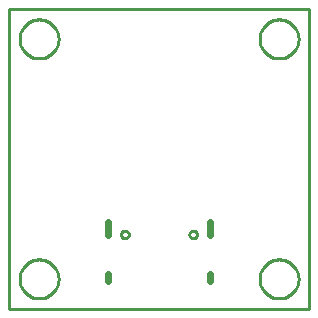
<source format=gko>
G04 EAGLE Gerber RS-274X export*
G75*
%MOMM*%
%FSLAX34Y34*%
%LPD*%
%IN*%
%IPPOS*%
%AMOC8*
5,1,8,0,0,1.08239X$1,22.5*%
G01*
%ADD10C,0.203200*%
%ADD11C,0.000000*%
%ADD12C,0.600000*%
%ADD13C,0.254000*%


D10*
X0Y0D02*
X254000Y0D01*
X254000Y254000D01*
X0Y254000D01*
X0Y0D01*
D11*
X212090Y25400D02*
X212095Y25805D01*
X212110Y26210D01*
X212135Y26615D01*
X212170Y27018D01*
X212214Y27421D01*
X212269Y27823D01*
X212333Y28223D01*
X212407Y28621D01*
X212491Y29017D01*
X212585Y29412D01*
X212688Y29803D01*
X212801Y30193D01*
X212923Y30579D01*
X213055Y30962D01*
X213196Y31342D01*
X213347Y31718D01*
X213506Y32091D01*
X213675Y32459D01*
X213853Y32823D01*
X214039Y33183D01*
X214235Y33538D01*
X214439Y33888D01*
X214651Y34233D01*
X214872Y34572D01*
X215102Y34907D01*
X215339Y35235D01*
X215584Y35557D01*
X215838Y35874D01*
X216098Y36184D01*
X216367Y36487D01*
X216643Y36784D01*
X216926Y37074D01*
X217216Y37357D01*
X217513Y37633D01*
X217816Y37902D01*
X218126Y38162D01*
X218443Y38416D01*
X218765Y38661D01*
X219093Y38898D01*
X219428Y39128D01*
X219767Y39349D01*
X220112Y39561D01*
X220462Y39765D01*
X220817Y39961D01*
X221177Y40147D01*
X221541Y40325D01*
X221909Y40494D01*
X222282Y40653D01*
X222658Y40804D01*
X223038Y40945D01*
X223421Y41077D01*
X223807Y41199D01*
X224197Y41312D01*
X224588Y41415D01*
X224983Y41509D01*
X225379Y41593D01*
X225777Y41667D01*
X226177Y41731D01*
X226579Y41786D01*
X226982Y41830D01*
X227385Y41865D01*
X227790Y41890D01*
X228195Y41905D01*
X228600Y41910D01*
X229005Y41905D01*
X229410Y41890D01*
X229815Y41865D01*
X230218Y41830D01*
X230621Y41786D01*
X231023Y41731D01*
X231423Y41667D01*
X231821Y41593D01*
X232217Y41509D01*
X232612Y41415D01*
X233003Y41312D01*
X233393Y41199D01*
X233779Y41077D01*
X234162Y40945D01*
X234542Y40804D01*
X234918Y40653D01*
X235291Y40494D01*
X235659Y40325D01*
X236023Y40147D01*
X236383Y39961D01*
X236738Y39765D01*
X237088Y39561D01*
X237433Y39349D01*
X237772Y39128D01*
X238107Y38898D01*
X238435Y38661D01*
X238757Y38416D01*
X239074Y38162D01*
X239384Y37902D01*
X239687Y37633D01*
X239984Y37357D01*
X240274Y37074D01*
X240557Y36784D01*
X240833Y36487D01*
X241102Y36184D01*
X241362Y35874D01*
X241616Y35557D01*
X241861Y35235D01*
X242098Y34907D01*
X242328Y34572D01*
X242549Y34233D01*
X242761Y33888D01*
X242965Y33538D01*
X243161Y33183D01*
X243347Y32823D01*
X243525Y32459D01*
X243694Y32091D01*
X243853Y31718D01*
X244004Y31342D01*
X244145Y30962D01*
X244277Y30579D01*
X244399Y30193D01*
X244512Y29803D01*
X244615Y29412D01*
X244709Y29017D01*
X244793Y28621D01*
X244867Y28223D01*
X244931Y27823D01*
X244986Y27421D01*
X245030Y27018D01*
X245065Y26615D01*
X245090Y26210D01*
X245105Y25805D01*
X245110Y25400D01*
X245105Y24995D01*
X245090Y24590D01*
X245065Y24185D01*
X245030Y23782D01*
X244986Y23379D01*
X244931Y22977D01*
X244867Y22577D01*
X244793Y22179D01*
X244709Y21783D01*
X244615Y21388D01*
X244512Y20997D01*
X244399Y20607D01*
X244277Y20221D01*
X244145Y19838D01*
X244004Y19458D01*
X243853Y19082D01*
X243694Y18709D01*
X243525Y18341D01*
X243347Y17977D01*
X243161Y17617D01*
X242965Y17262D01*
X242761Y16912D01*
X242549Y16567D01*
X242328Y16228D01*
X242098Y15893D01*
X241861Y15565D01*
X241616Y15243D01*
X241362Y14926D01*
X241102Y14616D01*
X240833Y14313D01*
X240557Y14016D01*
X240274Y13726D01*
X239984Y13443D01*
X239687Y13167D01*
X239384Y12898D01*
X239074Y12638D01*
X238757Y12384D01*
X238435Y12139D01*
X238107Y11902D01*
X237772Y11672D01*
X237433Y11451D01*
X237088Y11239D01*
X236738Y11035D01*
X236383Y10839D01*
X236023Y10653D01*
X235659Y10475D01*
X235291Y10306D01*
X234918Y10147D01*
X234542Y9996D01*
X234162Y9855D01*
X233779Y9723D01*
X233393Y9601D01*
X233003Y9488D01*
X232612Y9385D01*
X232217Y9291D01*
X231821Y9207D01*
X231423Y9133D01*
X231023Y9069D01*
X230621Y9014D01*
X230218Y8970D01*
X229815Y8935D01*
X229410Y8910D01*
X229005Y8895D01*
X228600Y8890D01*
X228195Y8895D01*
X227790Y8910D01*
X227385Y8935D01*
X226982Y8970D01*
X226579Y9014D01*
X226177Y9069D01*
X225777Y9133D01*
X225379Y9207D01*
X224983Y9291D01*
X224588Y9385D01*
X224197Y9488D01*
X223807Y9601D01*
X223421Y9723D01*
X223038Y9855D01*
X222658Y9996D01*
X222282Y10147D01*
X221909Y10306D01*
X221541Y10475D01*
X221177Y10653D01*
X220817Y10839D01*
X220462Y11035D01*
X220112Y11239D01*
X219767Y11451D01*
X219428Y11672D01*
X219093Y11902D01*
X218765Y12139D01*
X218443Y12384D01*
X218126Y12638D01*
X217816Y12898D01*
X217513Y13167D01*
X217216Y13443D01*
X216926Y13726D01*
X216643Y14016D01*
X216367Y14313D01*
X216098Y14616D01*
X215838Y14926D01*
X215584Y15243D01*
X215339Y15565D01*
X215102Y15893D01*
X214872Y16228D01*
X214651Y16567D01*
X214439Y16912D01*
X214235Y17262D01*
X214039Y17617D01*
X213853Y17977D01*
X213675Y18341D01*
X213506Y18709D01*
X213347Y19082D01*
X213196Y19458D01*
X213055Y19838D01*
X212923Y20221D01*
X212801Y20607D01*
X212688Y20997D01*
X212585Y21388D01*
X212491Y21783D01*
X212407Y22179D01*
X212333Y22577D01*
X212269Y22977D01*
X212214Y23379D01*
X212170Y23782D01*
X212135Y24185D01*
X212110Y24590D01*
X212095Y24995D01*
X212090Y25400D01*
X8890Y25400D02*
X8895Y25805D01*
X8910Y26210D01*
X8935Y26615D01*
X8970Y27018D01*
X9014Y27421D01*
X9069Y27823D01*
X9133Y28223D01*
X9207Y28621D01*
X9291Y29017D01*
X9385Y29412D01*
X9488Y29803D01*
X9601Y30193D01*
X9723Y30579D01*
X9855Y30962D01*
X9996Y31342D01*
X10147Y31718D01*
X10306Y32091D01*
X10475Y32459D01*
X10653Y32823D01*
X10839Y33183D01*
X11035Y33538D01*
X11239Y33888D01*
X11451Y34233D01*
X11672Y34572D01*
X11902Y34907D01*
X12139Y35235D01*
X12384Y35557D01*
X12638Y35874D01*
X12898Y36184D01*
X13167Y36487D01*
X13443Y36784D01*
X13726Y37074D01*
X14016Y37357D01*
X14313Y37633D01*
X14616Y37902D01*
X14926Y38162D01*
X15243Y38416D01*
X15565Y38661D01*
X15893Y38898D01*
X16228Y39128D01*
X16567Y39349D01*
X16912Y39561D01*
X17262Y39765D01*
X17617Y39961D01*
X17977Y40147D01*
X18341Y40325D01*
X18709Y40494D01*
X19082Y40653D01*
X19458Y40804D01*
X19838Y40945D01*
X20221Y41077D01*
X20607Y41199D01*
X20997Y41312D01*
X21388Y41415D01*
X21783Y41509D01*
X22179Y41593D01*
X22577Y41667D01*
X22977Y41731D01*
X23379Y41786D01*
X23782Y41830D01*
X24185Y41865D01*
X24590Y41890D01*
X24995Y41905D01*
X25400Y41910D01*
X25805Y41905D01*
X26210Y41890D01*
X26615Y41865D01*
X27018Y41830D01*
X27421Y41786D01*
X27823Y41731D01*
X28223Y41667D01*
X28621Y41593D01*
X29017Y41509D01*
X29412Y41415D01*
X29803Y41312D01*
X30193Y41199D01*
X30579Y41077D01*
X30962Y40945D01*
X31342Y40804D01*
X31718Y40653D01*
X32091Y40494D01*
X32459Y40325D01*
X32823Y40147D01*
X33183Y39961D01*
X33538Y39765D01*
X33888Y39561D01*
X34233Y39349D01*
X34572Y39128D01*
X34907Y38898D01*
X35235Y38661D01*
X35557Y38416D01*
X35874Y38162D01*
X36184Y37902D01*
X36487Y37633D01*
X36784Y37357D01*
X37074Y37074D01*
X37357Y36784D01*
X37633Y36487D01*
X37902Y36184D01*
X38162Y35874D01*
X38416Y35557D01*
X38661Y35235D01*
X38898Y34907D01*
X39128Y34572D01*
X39349Y34233D01*
X39561Y33888D01*
X39765Y33538D01*
X39961Y33183D01*
X40147Y32823D01*
X40325Y32459D01*
X40494Y32091D01*
X40653Y31718D01*
X40804Y31342D01*
X40945Y30962D01*
X41077Y30579D01*
X41199Y30193D01*
X41312Y29803D01*
X41415Y29412D01*
X41509Y29017D01*
X41593Y28621D01*
X41667Y28223D01*
X41731Y27823D01*
X41786Y27421D01*
X41830Y27018D01*
X41865Y26615D01*
X41890Y26210D01*
X41905Y25805D01*
X41910Y25400D01*
X41905Y24995D01*
X41890Y24590D01*
X41865Y24185D01*
X41830Y23782D01*
X41786Y23379D01*
X41731Y22977D01*
X41667Y22577D01*
X41593Y22179D01*
X41509Y21783D01*
X41415Y21388D01*
X41312Y20997D01*
X41199Y20607D01*
X41077Y20221D01*
X40945Y19838D01*
X40804Y19458D01*
X40653Y19082D01*
X40494Y18709D01*
X40325Y18341D01*
X40147Y17977D01*
X39961Y17617D01*
X39765Y17262D01*
X39561Y16912D01*
X39349Y16567D01*
X39128Y16228D01*
X38898Y15893D01*
X38661Y15565D01*
X38416Y15243D01*
X38162Y14926D01*
X37902Y14616D01*
X37633Y14313D01*
X37357Y14016D01*
X37074Y13726D01*
X36784Y13443D01*
X36487Y13167D01*
X36184Y12898D01*
X35874Y12638D01*
X35557Y12384D01*
X35235Y12139D01*
X34907Y11902D01*
X34572Y11672D01*
X34233Y11451D01*
X33888Y11239D01*
X33538Y11035D01*
X33183Y10839D01*
X32823Y10653D01*
X32459Y10475D01*
X32091Y10306D01*
X31718Y10147D01*
X31342Y9996D01*
X30962Y9855D01*
X30579Y9723D01*
X30193Y9601D01*
X29803Y9488D01*
X29412Y9385D01*
X29017Y9291D01*
X28621Y9207D01*
X28223Y9133D01*
X27823Y9069D01*
X27421Y9014D01*
X27018Y8970D01*
X26615Y8935D01*
X26210Y8910D01*
X25805Y8895D01*
X25400Y8890D01*
X24995Y8895D01*
X24590Y8910D01*
X24185Y8935D01*
X23782Y8970D01*
X23379Y9014D01*
X22977Y9069D01*
X22577Y9133D01*
X22179Y9207D01*
X21783Y9291D01*
X21388Y9385D01*
X20997Y9488D01*
X20607Y9601D01*
X20221Y9723D01*
X19838Y9855D01*
X19458Y9996D01*
X19082Y10147D01*
X18709Y10306D01*
X18341Y10475D01*
X17977Y10653D01*
X17617Y10839D01*
X17262Y11035D01*
X16912Y11239D01*
X16567Y11451D01*
X16228Y11672D01*
X15893Y11902D01*
X15565Y12139D01*
X15243Y12384D01*
X14926Y12638D01*
X14616Y12898D01*
X14313Y13167D01*
X14016Y13443D01*
X13726Y13726D01*
X13443Y14016D01*
X13167Y14313D01*
X12898Y14616D01*
X12638Y14926D01*
X12384Y15243D01*
X12139Y15565D01*
X11902Y15893D01*
X11672Y16228D01*
X11451Y16567D01*
X11239Y16912D01*
X11035Y17262D01*
X10839Y17617D01*
X10653Y17977D01*
X10475Y18341D01*
X10306Y18709D01*
X10147Y19082D01*
X9996Y19458D01*
X9855Y19838D01*
X9723Y20221D01*
X9601Y20607D01*
X9488Y20997D01*
X9385Y21388D01*
X9291Y21783D01*
X9207Y22179D01*
X9133Y22577D01*
X9069Y22977D01*
X9014Y23379D01*
X8970Y23782D01*
X8935Y24185D01*
X8910Y24590D01*
X8895Y24995D01*
X8890Y25400D01*
X8890Y228600D02*
X8895Y229005D01*
X8910Y229410D01*
X8935Y229815D01*
X8970Y230218D01*
X9014Y230621D01*
X9069Y231023D01*
X9133Y231423D01*
X9207Y231821D01*
X9291Y232217D01*
X9385Y232612D01*
X9488Y233003D01*
X9601Y233393D01*
X9723Y233779D01*
X9855Y234162D01*
X9996Y234542D01*
X10147Y234918D01*
X10306Y235291D01*
X10475Y235659D01*
X10653Y236023D01*
X10839Y236383D01*
X11035Y236738D01*
X11239Y237088D01*
X11451Y237433D01*
X11672Y237772D01*
X11902Y238107D01*
X12139Y238435D01*
X12384Y238757D01*
X12638Y239074D01*
X12898Y239384D01*
X13167Y239687D01*
X13443Y239984D01*
X13726Y240274D01*
X14016Y240557D01*
X14313Y240833D01*
X14616Y241102D01*
X14926Y241362D01*
X15243Y241616D01*
X15565Y241861D01*
X15893Y242098D01*
X16228Y242328D01*
X16567Y242549D01*
X16912Y242761D01*
X17262Y242965D01*
X17617Y243161D01*
X17977Y243347D01*
X18341Y243525D01*
X18709Y243694D01*
X19082Y243853D01*
X19458Y244004D01*
X19838Y244145D01*
X20221Y244277D01*
X20607Y244399D01*
X20997Y244512D01*
X21388Y244615D01*
X21783Y244709D01*
X22179Y244793D01*
X22577Y244867D01*
X22977Y244931D01*
X23379Y244986D01*
X23782Y245030D01*
X24185Y245065D01*
X24590Y245090D01*
X24995Y245105D01*
X25400Y245110D01*
X25805Y245105D01*
X26210Y245090D01*
X26615Y245065D01*
X27018Y245030D01*
X27421Y244986D01*
X27823Y244931D01*
X28223Y244867D01*
X28621Y244793D01*
X29017Y244709D01*
X29412Y244615D01*
X29803Y244512D01*
X30193Y244399D01*
X30579Y244277D01*
X30962Y244145D01*
X31342Y244004D01*
X31718Y243853D01*
X32091Y243694D01*
X32459Y243525D01*
X32823Y243347D01*
X33183Y243161D01*
X33538Y242965D01*
X33888Y242761D01*
X34233Y242549D01*
X34572Y242328D01*
X34907Y242098D01*
X35235Y241861D01*
X35557Y241616D01*
X35874Y241362D01*
X36184Y241102D01*
X36487Y240833D01*
X36784Y240557D01*
X37074Y240274D01*
X37357Y239984D01*
X37633Y239687D01*
X37902Y239384D01*
X38162Y239074D01*
X38416Y238757D01*
X38661Y238435D01*
X38898Y238107D01*
X39128Y237772D01*
X39349Y237433D01*
X39561Y237088D01*
X39765Y236738D01*
X39961Y236383D01*
X40147Y236023D01*
X40325Y235659D01*
X40494Y235291D01*
X40653Y234918D01*
X40804Y234542D01*
X40945Y234162D01*
X41077Y233779D01*
X41199Y233393D01*
X41312Y233003D01*
X41415Y232612D01*
X41509Y232217D01*
X41593Y231821D01*
X41667Y231423D01*
X41731Y231023D01*
X41786Y230621D01*
X41830Y230218D01*
X41865Y229815D01*
X41890Y229410D01*
X41905Y229005D01*
X41910Y228600D01*
X41905Y228195D01*
X41890Y227790D01*
X41865Y227385D01*
X41830Y226982D01*
X41786Y226579D01*
X41731Y226177D01*
X41667Y225777D01*
X41593Y225379D01*
X41509Y224983D01*
X41415Y224588D01*
X41312Y224197D01*
X41199Y223807D01*
X41077Y223421D01*
X40945Y223038D01*
X40804Y222658D01*
X40653Y222282D01*
X40494Y221909D01*
X40325Y221541D01*
X40147Y221177D01*
X39961Y220817D01*
X39765Y220462D01*
X39561Y220112D01*
X39349Y219767D01*
X39128Y219428D01*
X38898Y219093D01*
X38661Y218765D01*
X38416Y218443D01*
X38162Y218126D01*
X37902Y217816D01*
X37633Y217513D01*
X37357Y217216D01*
X37074Y216926D01*
X36784Y216643D01*
X36487Y216367D01*
X36184Y216098D01*
X35874Y215838D01*
X35557Y215584D01*
X35235Y215339D01*
X34907Y215102D01*
X34572Y214872D01*
X34233Y214651D01*
X33888Y214439D01*
X33538Y214235D01*
X33183Y214039D01*
X32823Y213853D01*
X32459Y213675D01*
X32091Y213506D01*
X31718Y213347D01*
X31342Y213196D01*
X30962Y213055D01*
X30579Y212923D01*
X30193Y212801D01*
X29803Y212688D01*
X29412Y212585D01*
X29017Y212491D01*
X28621Y212407D01*
X28223Y212333D01*
X27823Y212269D01*
X27421Y212214D01*
X27018Y212170D01*
X26615Y212135D01*
X26210Y212110D01*
X25805Y212095D01*
X25400Y212090D01*
X24995Y212095D01*
X24590Y212110D01*
X24185Y212135D01*
X23782Y212170D01*
X23379Y212214D01*
X22977Y212269D01*
X22577Y212333D01*
X22179Y212407D01*
X21783Y212491D01*
X21388Y212585D01*
X20997Y212688D01*
X20607Y212801D01*
X20221Y212923D01*
X19838Y213055D01*
X19458Y213196D01*
X19082Y213347D01*
X18709Y213506D01*
X18341Y213675D01*
X17977Y213853D01*
X17617Y214039D01*
X17262Y214235D01*
X16912Y214439D01*
X16567Y214651D01*
X16228Y214872D01*
X15893Y215102D01*
X15565Y215339D01*
X15243Y215584D01*
X14926Y215838D01*
X14616Y216098D01*
X14313Y216367D01*
X14016Y216643D01*
X13726Y216926D01*
X13443Y217216D01*
X13167Y217513D01*
X12898Y217816D01*
X12638Y218126D01*
X12384Y218443D01*
X12139Y218765D01*
X11902Y219093D01*
X11672Y219428D01*
X11451Y219767D01*
X11239Y220112D01*
X11035Y220462D01*
X10839Y220817D01*
X10653Y221177D01*
X10475Y221541D01*
X10306Y221909D01*
X10147Y222282D01*
X9996Y222658D01*
X9855Y223038D01*
X9723Y223421D01*
X9601Y223807D01*
X9488Y224197D01*
X9385Y224588D01*
X9291Y224983D01*
X9207Y225379D01*
X9133Y225777D01*
X9069Y226177D01*
X9014Y226579D01*
X8970Y226982D01*
X8935Y227385D01*
X8910Y227790D01*
X8895Y228195D01*
X8890Y228600D01*
X212090Y228600D02*
X212095Y229005D01*
X212110Y229410D01*
X212135Y229815D01*
X212170Y230218D01*
X212214Y230621D01*
X212269Y231023D01*
X212333Y231423D01*
X212407Y231821D01*
X212491Y232217D01*
X212585Y232612D01*
X212688Y233003D01*
X212801Y233393D01*
X212923Y233779D01*
X213055Y234162D01*
X213196Y234542D01*
X213347Y234918D01*
X213506Y235291D01*
X213675Y235659D01*
X213853Y236023D01*
X214039Y236383D01*
X214235Y236738D01*
X214439Y237088D01*
X214651Y237433D01*
X214872Y237772D01*
X215102Y238107D01*
X215339Y238435D01*
X215584Y238757D01*
X215838Y239074D01*
X216098Y239384D01*
X216367Y239687D01*
X216643Y239984D01*
X216926Y240274D01*
X217216Y240557D01*
X217513Y240833D01*
X217816Y241102D01*
X218126Y241362D01*
X218443Y241616D01*
X218765Y241861D01*
X219093Y242098D01*
X219428Y242328D01*
X219767Y242549D01*
X220112Y242761D01*
X220462Y242965D01*
X220817Y243161D01*
X221177Y243347D01*
X221541Y243525D01*
X221909Y243694D01*
X222282Y243853D01*
X222658Y244004D01*
X223038Y244145D01*
X223421Y244277D01*
X223807Y244399D01*
X224197Y244512D01*
X224588Y244615D01*
X224983Y244709D01*
X225379Y244793D01*
X225777Y244867D01*
X226177Y244931D01*
X226579Y244986D01*
X226982Y245030D01*
X227385Y245065D01*
X227790Y245090D01*
X228195Y245105D01*
X228600Y245110D01*
X229005Y245105D01*
X229410Y245090D01*
X229815Y245065D01*
X230218Y245030D01*
X230621Y244986D01*
X231023Y244931D01*
X231423Y244867D01*
X231821Y244793D01*
X232217Y244709D01*
X232612Y244615D01*
X233003Y244512D01*
X233393Y244399D01*
X233779Y244277D01*
X234162Y244145D01*
X234542Y244004D01*
X234918Y243853D01*
X235291Y243694D01*
X235659Y243525D01*
X236023Y243347D01*
X236383Y243161D01*
X236738Y242965D01*
X237088Y242761D01*
X237433Y242549D01*
X237772Y242328D01*
X238107Y242098D01*
X238435Y241861D01*
X238757Y241616D01*
X239074Y241362D01*
X239384Y241102D01*
X239687Y240833D01*
X239984Y240557D01*
X240274Y240274D01*
X240557Y239984D01*
X240833Y239687D01*
X241102Y239384D01*
X241362Y239074D01*
X241616Y238757D01*
X241861Y238435D01*
X242098Y238107D01*
X242328Y237772D01*
X242549Y237433D01*
X242761Y237088D01*
X242965Y236738D01*
X243161Y236383D01*
X243347Y236023D01*
X243525Y235659D01*
X243694Y235291D01*
X243853Y234918D01*
X244004Y234542D01*
X244145Y234162D01*
X244277Y233779D01*
X244399Y233393D01*
X244512Y233003D01*
X244615Y232612D01*
X244709Y232217D01*
X244793Y231821D01*
X244867Y231423D01*
X244931Y231023D01*
X244986Y230621D01*
X245030Y230218D01*
X245065Y229815D01*
X245090Y229410D01*
X245105Y229005D01*
X245110Y228600D01*
X245105Y228195D01*
X245090Y227790D01*
X245065Y227385D01*
X245030Y226982D01*
X244986Y226579D01*
X244931Y226177D01*
X244867Y225777D01*
X244793Y225379D01*
X244709Y224983D01*
X244615Y224588D01*
X244512Y224197D01*
X244399Y223807D01*
X244277Y223421D01*
X244145Y223038D01*
X244004Y222658D01*
X243853Y222282D01*
X243694Y221909D01*
X243525Y221541D01*
X243347Y221177D01*
X243161Y220817D01*
X242965Y220462D01*
X242761Y220112D01*
X242549Y219767D01*
X242328Y219428D01*
X242098Y219093D01*
X241861Y218765D01*
X241616Y218443D01*
X241362Y218126D01*
X241102Y217816D01*
X240833Y217513D01*
X240557Y217216D01*
X240274Y216926D01*
X239984Y216643D01*
X239687Y216367D01*
X239384Y216098D01*
X239074Y215838D01*
X238757Y215584D01*
X238435Y215339D01*
X238107Y215102D01*
X237772Y214872D01*
X237433Y214651D01*
X237088Y214439D01*
X236738Y214235D01*
X236383Y214039D01*
X236023Y213853D01*
X235659Y213675D01*
X235291Y213506D01*
X234918Y213347D01*
X234542Y213196D01*
X234162Y213055D01*
X233779Y212923D01*
X233393Y212801D01*
X233003Y212688D01*
X232612Y212585D01*
X232217Y212491D01*
X231821Y212407D01*
X231423Y212333D01*
X231023Y212269D01*
X230621Y212214D01*
X230218Y212170D01*
X229815Y212135D01*
X229410Y212110D01*
X229005Y212095D01*
X228600Y212090D01*
X228195Y212095D01*
X227790Y212110D01*
X227385Y212135D01*
X226982Y212170D01*
X226579Y212214D01*
X226177Y212269D01*
X225777Y212333D01*
X225379Y212407D01*
X224983Y212491D01*
X224588Y212585D01*
X224197Y212688D01*
X223807Y212801D01*
X223421Y212923D01*
X223038Y213055D01*
X222658Y213196D01*
X222282Y213347D01*
X221909Y213506D01*
X221541Y213675D01*
X221177Y213853D01*
X220817Y214039D01*
X220462Y214235D01*
X220112Y214439D01*
X219767Y214651D01*
X219428Y214872D01*
X219093Y215102D01*
X218765Y215339D01*
X218443Y215584D01*
X218126Y215838D01*
X217816Y216098D01*
X217513Y216367D01*
X217216Y216643D01*
X216926Y216926D01*
X216643Y217216D01*
X216367Y217513D01*
X216098Y217816D01*
X215838Y218126D01*
X215584Y218443D01*
X215339Y218765D01*
X215102Y219093D01*
X214872Y219428D01*
X214651Y219767D01*
X214439Y220112D01*
X214235Y220462D01*
X214039Y220817D01*
X213853Y221177D01*
X213675Y221541D01*
X213506Y221909D01*
X213347Y222282D01*
X213196Y222658D01*
X213055Y223038D01*
X212923Y223421D01*
X212801Y223807D01*
X212688Y224197D01*
X212585Y224588D01*
X212491Y224983D01*
X212407Y225379D01*
X212333Y225777D01*
X212269Y226177D01*
X212214Y226579D01*
X212170Y226982D01*
X212135Y227385D01*
X212110Y227790D01*
X212095Y228195D01*
X212090Y228600D01*
X152650Y63020D02*
X152652Y63133D01*
X152658Y63247D01*
X152668Y63360D01*
X152682Y63472D01*
X152699Y63584D01*
X152721Y63696D01*
X152747Y63806D01*
X152776Y63916D01*
X152809Y64024D01*
X152846Y64132D01*
X152887Y64237D01*
X152931Y64342D01*
X152979Y64445D01*
X153030Y64546D01*
X153085Y64645D01*
X153144Y64742D01*
X153206Y64837D01*
X153271Y64930D01*
X153339Y65021D01*
X153410Y65109D01*
X153485Y65195D01*
X153562Y65278D01*
X153642Y65358D01*
X153725Y65435D01*
X153811Y65510D01*
X153899Y65581D01*
X153990Y65649D01*
X154083Y65714D01*
X154178Y65776D01*
X154275Y65835D01*
X154374Y65890D01*
X154475Y65941D01*
X154578Y65989D01*
X154683Y66033D01*
X154788Y66074D01*
X154896Y66111D01*
X155004Y66144D01*
X155114Y66173D01*
X155224Y66199D01*
X155336Y66221D01*
X155448Y66238D01*
X155560Y66252D01*
X155673Y66262D01*
X155787Y66268D01*
X155900Y66270D01*
X156013Y66268D01*
X156127Y66262D01*
X156240Y66252D01*
X156352Y66238D01*
X156464Y66221D01*
X156576Y66199D01*
X156686Y66173D01*
X156796Y66144D01*
X156904Y66111D01*
X157012Y66074D01*
X157117Y66033D01*
X157222Y65989D01*
X157325Y65941D01*
X157426Y65890D01*
X157525Y65835D01*
X157622Y65776D01*
X157717Y65714D01*
X157810Y65649D01*
X157901Y65581D01*
X157989Y65510D01*
X158075Y65435D01*
X158158Y65358D01*
X158238Y65278D01*
X158315Y65195D01*
X158390Y65109D01*
X158461Y65021D01*
X158529Y64930D01*
X158594Y64837D01*
X158656Y64742D01*
X158715Y64645D01*
X158770Y64546D01*
X158821Y64445D01*
X158869Y64342D01*
X158913Y64237D01*
X158954Y64132D01*
X158991Y64024D01*
X159024Y63916D01*
X159053Y63806D01*
X159079Y63696D01*
X159101Y63584D01*
X159118Y63472D01*
X159132Y63360D01*
X159142Y63247D01*
X159148Y63133D01*
X159150Y63020D01*
X159148Y62907D01*
X159142Y62793D01*
X159132Y62680D01*
X159118Y62568D01*
X159101Y62456D01*
X159079Y62344D01*
X159053Y62234D01*
X159024Y62124D01*
X158991Y62016D01*
X158954Y61908D01*
X158913Y61803D01*
X158869Y61698D01*
X158821Y61595D01*
X158770Y61494D01*
X158715Y61395D01*
X158656Y61298D01*
X158594Y61203D01*
X158529Y61110D01*
X158461Y61019D01*
X158390Y60931D01*
X158315Y60845D01*
X158238Y60762D01*
X158158Y60682D01*
X158075Y60605D01*
X157989Y60530D01*
X157901Y60459D01*
X157810Y60391D01*
X157717Y60326D01*
X157622Y60264D01*
X157525Y60205D01*
X157426Y60150D01*
X157325Y60099D01*
X157222Y60051D01*
X157117Y60007D01*
X157012Y59966D01*
X156904Y59929D01*
X156796Y59896D01*
X156686Y59867D01*
X156576Y59841D01*
X156464Y59819D01*
X156352Y59802D01*
X156240Y59788D01*
X156127Y59778D01*
X156013Y59772D01*
X155900Y59770D01*
X155787Y59772D01*
X155673Y59778D01*
X155560Y59788D01*
X155448Y59802D01*
X155336Y59819D01*
X155224Y59841D01*
X155114Y59867D01*
X155004Y59896D01*
X154896Y59929D01*
X154788Y59966D01*
X154683Y60007D01*
X154578Y60051D01*
X154475Y60099D01*
X154374Y60150D01*
X154275Y60205D01*
X154178Y60264D01*
X154083Y60326D01*
X153990Y60391D01*
X153899Y60459D01*
X153811Y60530D01*
X153725Y60605D01*
X153642Y60682D01*
X153562Y60762D01*
X153485Y60845D01*
X153410Y60931D01*
X153339Y61019D01*
X153271Y61110D01*
X153206Y61203D01*
X153144Y61298D01*
X153085Y61395D01*
X153030Y61494D01*
X152979Y61595D01*
X152931Y61698D01*
X152887Y61803D01*
X152846Y61908D01*
X152809Y62016D01*
X152776Y62124D01*
X152747Y62234D01*
X152721Y62344D01*
X152699Y62456D01*
X152682Y62568D01*
X152668Y62680D01*
X152658Y62793D01*
X152652Y62907D01*
X152650Y63020D01*
X94850Y63020D02*
X94852Y63133D01*
X94858Y63247D01*
X94868Y63360D01*
X94882Y63472D01*
X94899Y63584D01*
X94921Y63696D01*
X94947Y63806D01*
X94976Y63916D01*
X95009Y64024D01*
X95046Y64132D01*
X95087Y64237D01*
X95131Y64342D01*
X95179Y64445D01*
X95230Y64546D01*
X95285Y64645D01*
X95344Y64742D01*
X95406Y64837D01*
X95471Y64930D01*
X95539Y65021D01*
X95610Y65109D01*
X95685Y65195D01*
X95762Y65278D01*
X95842Y65358D01*
X95925Y65435D01*
X96011Y65510D01*
X96099Y65581D01*
X96190Y65649D01*
X96283Y65714D01*
X96378Y65776D01*
X96475Y65835D01*
X96574Y65890D01*
X96675Y65941D01*
X96778Y65989D01*
X96883Y66033D01*
X96988Y66074D01*
X97096Y66111D01*
X97204Y66144D01*
X97314Y66173D01*
X97424Y66199D01*
X97536Y66221D01*
X97648Y66238D01*
X97760Y66252D01*
X97873Y66262D01*
X97987Y66268D01*
X98100Y66270D01*
X98213Y66268D01*
X98327Y66262D01*
X98440Y66252D01*
X98552Y66238D01*
X98664Y66221D01*
X98776Y66199D01*
X98886Y66173D01*
X98996Y66144D01*
X99104Y66111D01*
X99212Y66074D01*
X99317Y66033D01*
X99422Y65989D01*
X99525Y65941D01*
X99626Y65890D01*
X99725Y65835D01*
X99822Y65776D01*
X99917Y65714D01*
X100010Y65649D01*
X100101Y65581D01*
X100189Y65510D01*
X100275Y65435D01*
X100358Y65358D01*
X100438Y65278D01*
X100515Y65195D01*
X100590Y65109D01*
X100661Y65021D01*
X100729Y64930D01*
X100794Y64837D01*
X100856Y64742D01*
X100915Y64645D01*
X100970Y64546D01*
X101021Y64445D01*
X101069Y64342D01*
X101113Y64237D01*
X101154Y64132D01*
X101191Y64024D01*
X101224Y63916D01*
X101253Y63806D01*
X101279Y63696D01*
X101301Y63584D01*
X101318Y63472D01*
X101332Y63360D01*
X101342Y63247D01*
X101348Y63133D01*
X101350Y63020D01*
X101348Y62907D01*
X101342Y62793D01*
X101332Y62680D01*
X101318Y62568D01*
X101301Y62456D01*
X101279Y62344D01*
X101253Y62234D01*
X101224Y62124D01*
X101191Y62016D01*
X101154Y61908D01*
X101113Y61803D01*
X101069Y61698D01*
X101021Y61595D01*
X100970Y61494D01*
X100915Y61395D01*
X100856Y61298D01*
X100794Y61203D01*
X100729Y61110D01*
X100661Y61019D01*
X100590Y60931D01*
X100515Y60845D01*
X100438Y60762D01*
X100358Y60682D01*
X100275Y60605D01*
X100189Y60530D01*
X100101Y60459D01*
X100010Y60391D01*
X99917Y60326D01*
X99822Y60264D01*
X99725Y60205D01*
X99626Y60150D01*
X99525Y60099D01*
X99422Y60051D01*
X99317Y60007D01*
X99212Y59966D01*
X99104Y59929D01*
X98996Y59896D01*
X98886Y59867D01*
X98776Y59841D01*
X98664Y59819D01*
X98552Y59802D01*
X98440Y59788D01*
X98327Y59778D01*
X98213Y59772D01*
X98100Y59770D01*
X97987Y59772D01*
X97873Y59778D01*
X97760Y59788D01*
X97648Y59802D01*
X97536Y59819D01*
X97424Y59841D01*
X97314Y59867D01*
X97204Y59896D01*
X97096Y59929D01*
X96988Y59966D01*
X96883Y60007D01*
X96778Y60051D01*
X96675Y60099D01*
X96574Y60150D01*
X96475Y60205D01*
X96378Y60264D01*
X96283Y60326D01*
X96190Y60391D01*
X96099Y60459D01*
X96011Y60530D01*
X95925Y60605D01*
X95842Y60682D01*
X95762Y60762D01*
X95685Y60845D01*
X95610Y60931D01*
X95539Y61019D01*
X95471Y61110D01*
X95406Y61203D01*
X95344Y61298D01*
X95285Y61395D01*
X95230Y61494D01*
X95179Y61595D01*
X95131Y61698D01*
X95087Y61803D01*
X95046Y61908D01*
X95009Y62016D01*
X94976Y62124D01*
X94947Y62234D01*
X94921Y62344D01*
X94899Y62456D01*
X94882Y62568D01*
X94868Y62680D01*
X94858Y62793D01*
X94852Y62907D01*
X94850Y63020D01*
D12*
X170180Y62820D02*
X170180Y73820D01*
X83820Y73820D02*
X83820Y62820D01*
X170180Y29670D02*
X170180Y23470D01*
X83820Y23470D02*
X83820Y29670D01*
D13*
X0Y0D02*
X254000Y0D01*
X254000Y254000D01*
X0Y254000D01*
X0Y0D01*
X245110Y24860D02*
X245039Y23781D01*
X244898Y22709D01*
X244687Y21649D01*
X244408Y20605D01*
X244060Y19581D01*
X243646Y18583D01*
X243168Y17613D01*
X242628Y16677D01*
X242027Y15778D01*
X241369Y14921D01*
X240657Y14108D01*
X239892Y13344D01*
X239079Y12631D01*
X238222Y11973D01*
X237323Y11372D01*
X236387Y10832D01*
X235417Y10354D01*
X234419Y9940D01*
X233395Y9592D01*
X232351Y9313D01*
X231291Y9102D01*
X230219Y8961D01*
X229140Y8890D01*
X228060Y8890D01*
X226981Y8961D01*
X225909Y9102D01*
X224849Y9313D01*
X223805Y9592D01*
X222781Y9940D01*
X221783Y10354D01*
X220813Y10832D01*
X219877Y11372D01*
X218978Y11973D01*
X218121Y12631D01*
X217308Y13344D01*
X216544Y14108D01*
X215831Y14921D01*
X215173Y15778D01*
X214572Y16677D01*
X214032Y17613D01*
X213554Y18583D01*
X213140Y19581D01*
X212792Y20605D01*
X212513Y21649D01*
X212302Y22709D01*
X212161Y23781D01*
X212090Y24860D01*
X212090Y25940D01*
X212161Y27019D01*
X212302Y28091D01*
X212513Y29151D01*
X212792Y30195D01*
X213140Y31219D01*
X213554Y32217D01*
X214032Y33187D01*
X214572Y34123D01*
X215173Y35022D01*
X215831Y35879D01*
X216544Y36692D01*
X217308Y37457D01*
X218121Y38169D01*
X218978Y38827D01*
X219877Y39428D01*
X220813Y39968D01*
X221783Y40446D01*
X222781Y40860D01*
X223805Y41208D01*
X224849Y41487D01*
X225909Y41698D01*
X226981Y41839D01*
X228060Y41910D01*
X229140Y41910D01*
X230219Y41839D01*
X231291Y41698D01*
X232351Y41487D01*
X233395Y41208D01*
X234419Y40860D01*
X235417Y40446D01*
X236387Y39968D01*
X237323Y39428D01*
X238222Y38827D01*
X239079Y38169D01*
X239892Y37457D01*
X240657Y36692D01*
X241369Y35879D01*
X242027Y35022D01*
X242628Y34123D01*
X243168Y33187D01*
X243646Y32217D01*
X244060Y31219D01*
X244408Y30195D01*
X244687Y29151D01*
X244898Y28091D01*
X245039Y27019D01*
X245110Y25940D01*
X245110Y24860D01*
X41910Y24860D02*
X41839Y23781D01*
X41698Y22709D01*
X41487Y21649D01*
X41208Y20605D01*
X40860Y19581D01*
X40446Y18583D01*
X39968Y17613D01*
X39428Y16677D01*
X38827Y15778D01*
X38169Y14921D01*
X37457Y14108D01*
X36692Y13344D01*
X35879Y12631D01*
X35022Y11973D01*
X34123Y11372D01*
X33187Y10832D01*
X32217Y10354D01*
X31219Y9940D01*
X30195Y9592D01*
X29151Y9313D01*
X28091Y9102D01*
X27019Y8961D01*
X25940Y8890D01*
X24860Y8890D01*
X23781Y8961D01*
X22709Y9102D01*
X21649Y9313D01*
X20605Y9592D01*
X19581Y9940D01*
X18583Y10354D01*
X17613Y10832D01*
X16677Y11372D01*
X15778Y11973D01*
X14921Y12631D01*
X14108Y13344D01*
X13344Y14108D01*
X12631Y14921D01*
X11973Y15778D01*
X11372Y16677D01*
X10832Y17613D01*
X10354Y18583D01*
X9940Y19581D01*
X9592Y20605D01*
X9313Y21649D01*
X9102Y22709D01*
X8961Y23781D01*
X8890Y24860D01*
X8890Y25940D01*
X8961Y27019D01*
X9102Y28091D01*
X9313Y29151D01*
X9592Y30195D01*
X9940Y31219D01*
X10354Y32217D01*
X10832Y33187D01*
X11372Y34123D01*
X11973Y35022D01*
X12631Y35879D01*
X13344Y36692D01*
X14108Y37457D01*
X14921Y38169D01*
X15778Y38827D01*
X16677Y39428D01*
X17613Y39968D01*
X18583Y40446D01*
X19581Y40860D01*
X20605Y41208D01*
X21649Y41487D01*
X22709Y41698D01*
X23781Y41839D01*
X24860Y41910D01*
X25940Y41910D01*
X27019Y41839D01*
X28091Y41698D01*
X29151Y41487D01*
X30195Y41208D01*
X31219Y40860D01*
X32217Y40446D01*
X33187Y39968D01*
X34123Y39428D01*
X35022Y38827D01*
X35879Y38169D01*
X36692Y37457D01*
X37457Y36692D01*
X38169Y35879D01*
X38827Y35022D01*
X39428Y34123D01*
X39968Y33187D01*
X40446Y32217D01*
X40860Y31219D01*
X41208Y30195D01*
X41487Y29151D01*
X41698Y28091D01*
X41839Y27019D01*
X41910Y25940D01*
X41910Y24860D01*
X41910Y228060D02*
X41839Y226981D01*
X41698Y225909D01*
X41487Y224849D01*
X41208Y223805D01*
X40860Y222781D01*
X40446Y221783D01*
X39968Y220813D01*
X39428Y219877D01*
X38827Y218978D01*
X38169Y218121D01*
X37457Y217308D01*
X36692Y216544D01*
X35879Y215831D01*
X35022Y215173D01*
X34123Y214572D01*
X33187Y214032D01*
X32217Y213554D01*
X31219Y213140D01*
X30195Y212792D01*
X29151Y212513D01*
X28091Y212302D01*
X27019Y212161D01*
X25940Y212090D01*
X24860Y212090D01*
X23781Y212161D01*
X22709Y212302D01*
X21649Y212513D01*
X20605Y212792D01*
X19581Y213140D01*
X18583Y213554D01*
X17613Y214032D01*
X16677Y214572D01*
X15778Y215173D01*
X14921Y215831D01*
X14108Y216544D01*
X13344Y217308D01*
X12631Y218121D01*
X11973Y218978D01*
X11372Y219877D01*
X10832Y220813D01*
X10354Y221783D01*
X9940Y222781D01*
X9592Y223805D01*
X9313Y224849D01*
X9102Y225909D01*
X8961Y226981D01*
X8890Y228060D01*
X8890Y229140D01*
X8961Y230219D01*
X9102Y231291D01*
X9313Y232351D01*
X9592Y233395D01*
X9940Y234419D01*
X10354Y235417D01*
X10832Y236387D01*
X11372Y237323D01*
X11973Y238222D01*
X12631Y239079D01*
X13344Y239892D01*
X14108Y240657D01*
X14921Y241369D01*
X15778Y242027D01*
X16677Y242628D01*
X17613Y243168D01*
X18583Y243646D01*
X19581Y244060D01*
X20605Y244408D01*
X21649Y244687D01*
X22709Y244898D01*
X23781Y245039D01*
X24860Y245110D01*
X25940Y245110D01*
X27019Y245039D01*
X28091Y244898D01*
X29151Y244687D01*
X30195Y244408D01*
X31219Y244060D01*
X32217Y243646D01*
X33187Y243168D01*
X34123Y242628D01*
X35022Y242027D01*
X35879Y241369D01*
X36692Y240657D01*
X37457Y239892D01*
X38169Y239079D01*
X38827Y238222D01*
X39428Y237323D01*
X39968Y236387D01*
X40446Y235417D01*
X40860Y234419D01*
X41208Y233395D01*
X41487Y232351D01*
X41698Y231291D01*
X41839Y230219D01*
X41910Y229140D01*
X41910Y228060D01*
X245110Y228060D02*
X245039Y226981D01*
X244898Y225909D01*
X244687Y224849D01*
X244408Y223805D01*
X244060Y222781D01*
X243646Y221783D01*
X243168Y220813D01*
X242628Y219877D01*
X242027Y218978D01*
X241369Y218121D01*
X240657Y217308D01*
X239892Y216544D01*
X239079Y215831D01*
X238222Y215173D01*
X237323Y214572D01*
X236387Y214032D01*
X235417Y213554D01*
X234419Y213140D01*
X233395Y212792D01*
X232351Y212513D01*
X231291Y212302D01*
X230219Y212161D01*
X229140Y212090D01*
X228060Y212090D01*
X226981Y212161D01*
X225909Y212302D01*
X224849Y212513D01*
X223805Y212792D01*
X222781Y213140D01*
X221783Y213554D01*
X220813Y214032D01*
X219877Y214572D01*
X218978Y215173D01*
X218121Y215831D01*
X217308Y216544D01*
X216544Y217308D01*
X215831Y218121D01*
X215173Y218978D01*
X214572Y219877D01*
X214032Y220813D01*
X213554Y221783D01*
X213140Y222781D01*
X212792Y223805D01*
X212513Y224849D01*
X212302Y225909D01*
X212161Y226981D01*
X212090Y228060D01*
X212090Y229140D01*
X212161Y230219D01*
X212302Y231291D01*
X212513Y232351D01*
X212792Y233395D01*
X213140Y234419D01*
X213554Y235417D01*
X214032Y236387D01*
X214572Y237323D01*
X215173Y238222D01*
X215831Y239079D01*
X216544Y239892D01*
X217308Y240657D01*
X218121Y241369D01*
X218978Y242027D01*
X219877Y242628D01*
X220813Y243168D01*
X221783Y243646D01*
X222781Y244060D01*
X223805Y244408D01*
X224849Y244687D01*
X225909Y244898D01*
X226981Y245039D01*
X228060Y245110D01*
X229140Y245110D01*
X230219Y245039D01*
X231291Y244898D01*
X232351Y244687D01*
X233395Y244408D01*
X234419Y244060D01*
X235417Y243646D01*
X236387Y243168D01*
X237323Y242628D01*
X238222Y242027D01*
X239079Y241369D01*
X239892Y240657D01*
X240657Y239892D01*
X241369Y239079D01*
X242027Y238222D01*
X242628Y237323D01*
X243168Y236387D01*
X243646Y235417D01*
X244060Y234419D01*
X244408Y233395D01*
X244687Y232351D01*
X244898Y231291D01*
X245039Y230219D01*
X245110Y229140D01*
X245110Y228060D01*
X152650Y62807D02*
X152706Y62385D01*
X152816Y61973D01*
X152979Y61579D01*
X153192Y61211D01*
X153451Y60873D01*
X153753Y60571D01*
X154091Y60312D01*
X154459Y60099D01*
X154853Y59936D01*
X155265Y59826D01*
X155687Y59770D01*
X156113Y59770D01*
X156535Y59826D01*
X156947Y59936D01*
X157341Y60099D01*
X157709Y60312D01*
X158047Y60571D01*
X158349Y60873D01*
X158608Y61211D01*
X158821Y61579D01*
X158984Y61973D01*
X159094Y62385D01*
X159150Y62807D01*
X159150Y63233D01*
X159094Y63655D01*
X158984Y64067D01*
X158821Y64461D01*
X158608Y64829D01*
X158349Y65167D01*
X158047Y65469D01*
X157709Y65728D01*
X157341Y65941D01*
X156947Y66104D01*
X156535Y66214D01*
X156113Y66270D01*
X155687Y66270D01*
X155265Y66214D01*
X154853Y66104D01*
X154459Y65941D01*
X154091Y65728D01*
X153753Y65469D01*
X153451Y65167D01*
X153192Y64829D01*
X152979Y64461D01*
X152816Y64067D01*
X152706Y63655D01*
X152650Y63233D01*
X152650Y62807D01*
X94850Y62807D02*
X94906Y62385D01*
X95016Y61973D01*
X95179Y61579D01*
X95392Y61211D01*
X95651Y60873D01*
X95953Y60571D01*
X96291Y60312D01*
X96659Y60099D01*
X97053Y59936D01*
X97465Y59826D01*
X97887Y59770D01*
X98313Y59770D01*
X98735Y59826D01*
X99147Y59936D01*
X99541Y60099D01*
X99909Y60312D01*
X100247Y60571D01*
X100549Y60873D01*
X100808Y61211D01*
X101021Y61579D01*
X101184Y61973D01*
X101294Y62385D01*
X101350Y62807D01*
X101350Y63233D01*
X101294Y63655D01*
X101184Y64067D01*
X101021Y64461D01*
X100808Y64829D01*
X100549Y65167D01*
X100247Y65469D01*
X99909Y65728D01*
X99541Y65941D01*
X99147Y66104D01*
X98735Y66214D01*
X98313Y66270D01*
X97887Y66270D01*
X97465Y66214D01*
X97053Y66104D01*
X96659Y65941D01*
X96291Y65728D01*
X95953Y65469D01*
X95651Y65167D01*
X95392Y64829D01*
X95179Y64461D01*
X95016Y64067D01*
X94906Y63655D01*
X94850Y63233D01*
X94850Y62807D01*
M02*

</source>
